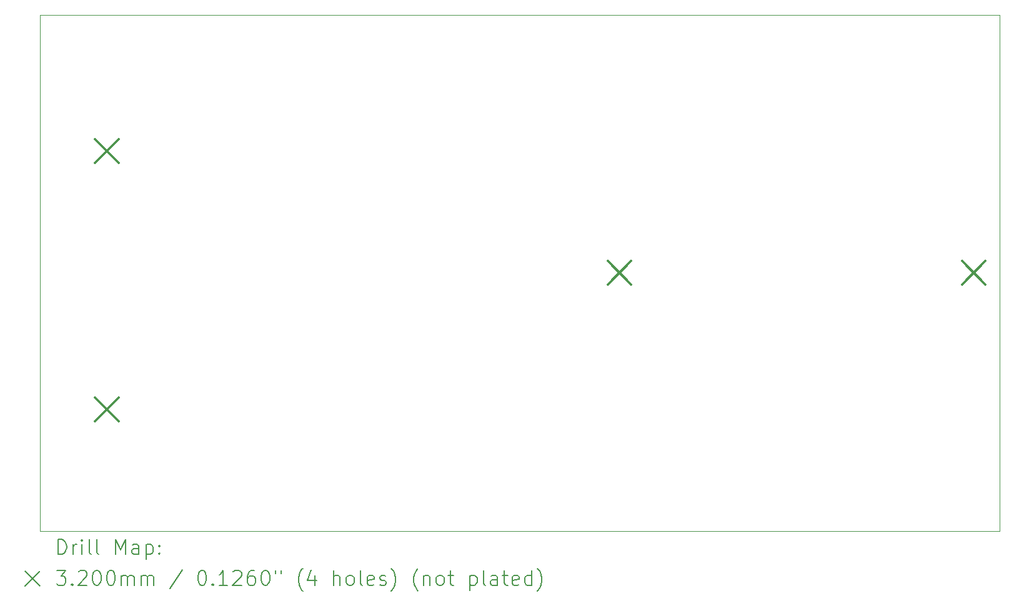
<source format=gbr>
%TF.GenerationSoftware,KiCad,Pcbnew,7.0.1-0*%
%TF.CreationDate,2024-08-11T08:50:27+01:00*%
%TF.ProjectId,Zero_1_Control_Panel,5a65726f-5f31-45f4-936f-6e74726f6c5f,rev?*%
%TF.SameCoordinates,Original*%
%TF.FileFunction,Drillmap*%
%TF.FilePolarity,Positive*%
%FSLAX45Y45*%
G04 Gerber Fmt 4.5, Leading zero omitted, Abs format (unit mm)*
G04 Created by KiCad (PCBNEW 7.0.1-0) date 2024-08-11 08:50:27*
%MOMM*%
%LPD*%
G01*
G04 APERTURE LIST*
%ADD10C,0.100000*%
%ADD11C,0.200000*%
%ADD12C,0.320000*%
G04 APERTURE END LIST*
D10*
X5000000Y-5000000D02*
X18000000Y-5000000D01*
X18000000Y-12000000D01*
X5000000Y-12000000D01*
X5000000Y-5000000D01*
D11*
D12*
X5740000Y-6690000D02*
X6060000Y-7010000D01*
X6060000Y-6690000D02*
X5740000Y-7010000D01*
X5740000Y-10190000D02*
X6060000Y-10510000D01*
X6060000Y-10190000D02*
X5740000Y-10510000D01*
X12690000Y-8340000D02*
X13010000Y-8660000D01*
X13010000Y-8340000D02*
X12690000Y-8660000D01*
X17490000Y-8340000D02*
X17810000Y-8660000D01*
X17810000Y-8340000D02*
X17490000Y-8660000D01*
D11*
X5242619Y-12317524D02*
X5242619Y-12117524D01*
X5242619Y-12117524D02*
X5290238Y-12117524D01*
X5290238Y-12117524D02*
X5318810Y-12127048D01*
X5318810Y-12127048D02*
X5337857Y-12146095D01*
X5337857Y-12146095D02*
X5347381Y-12165143D01*
X5347381Y-12165143D02*
X5356905Y-12203238D01*
X5356905Y-12203238D02*
X5356905Y-12231809D01*
X5356905Y-12231809D02*
X5347381Y-12269905D01*
X5347381Y-12269905D02*
X5337857Y-12288952D01*
X5337857Y-12288952D02*
X5318810Y-12308000D01*
X5318810Y-12308000D02*
X5290238Y-12317524D01*
X5290238Y-12317524D02*
X5242619Y-12317524D01*
X5442619Y-12317524D02*
X5442619Y-12184190D01*
X5442619Y-12222286D02*
X5452143Y-12203238D01*
X5452143Y-12203238D02*
X5461667Y-12193714D01*
X5461667Y-12193714D02*
X5480714Y-12184190D01*
X5480714Y-12184190D02*
X5499762Y-12184190D01*
X5566429Y-12317524D02*
X5566429Y-12184190D01*
X5566429Y-12117524D02*
X5556905Y-12127048D01*
X5556905Y-12127048D02*
X5566429Y-12136571D01*
X5566429Y-12136571D02*
X5575952Y-12127048D01*
X5575952Y-12127048D02*
X5566429Y-12117524D01*
X5566429Y-12117524D02*
X5566429Y-12136571D01*
X5690238Y-12317524D02*
X5671190Y-12308000D01*
X5671190Y-12308000D02*
X5661667Y-12288952D01*
X5661667Y-12288952D02*
X5661667Y-12117524D01*
X5795000Y-12317524D02*
X5775952Y-12308000D01*
X5775952Y-12308000D02*
X5766428Y-12288952D01*
X5766428Y-12288952D02*
X5766428Y-12117524D01*
X6023571Y-12317524D02*
X6023571Y-12117524D01*
X6023571Y-12117524D02*
X6090238Y-12260381D01*
X6090238Y-12260381D02*
X6156905Y-12117524D01*
X6156905Y-12117524D02*
X6156905Y-12317524D01*
X6337857Y-12317524D02*
X6337857Y-12212762D01*
X6337857Y-12212762D02*
X6328333Y-12193714D01*
X6328333Y-12193714D02*
X6309286Y-12184190D01*
X6309286Y-12184190D02*
X6271190Y-12184190D01*
X6271190Y-12184190D02*
X6252143Y-12193714D01*
X6337857Y-12308000D02*
X6318809Y-12317524D01*
X6318809Y-12317524D02*
X6271190Y-12317524D01*
X6271190Y-12317524D02*
X6252143Y-12308000D01*
X6252143Y-12308000D02*
X6242619Y-12288952D01*
X6242619Y-12288952D02*
X6242619Y-12269905D01*
X6242619Y-12269905D02*
X6252143Y-12250857D01*
X6252143Y-12250857D02*
X6271190Y-12241333D01*
X6271190Y-12241333D02*
X6318809Y-12241333D01*
X6318809Y-12241333D02*
X6337857Y-12231809D01*
X6433095Y-12184190D02*
X6433095Y-12384190D01*
X6433095Y-12193714D02*
X6452143Y-12184190D01*
X6452143Y-12184190D02*
X6490238Y-12184190D01*
X6490238Y-12184190D02*
X6509286Y-12193714D01*
X6509286Y-12193714D02*
X6518809Y-12203238D01*
X6518809Y-12203238D02*
X6528333Y-12222286D01*
X6528333Y-12222286D02*
X6528333Y-12279428D01*
X6528333Y-12279428D02*
X6518809Y-12298476D01*
X6518809Y-12298476D02*
X6509286Y-12308000D01*
X6509286Y-12308000D02*
X6490238Y-12317524D01*
X6490238Y-12317524D02*
X6452143Y-12317524D01*
X6452143Y-12317524D02*
X6433095Y-12308000D01*
X6614048Y-12298476D02*
X6623571Y-12308000D01*
X6623571Y-12308000D02*
X6614048Y-12317524D01*
X6614048Y-12317524D02*
X6604524Y-12308000D01*
X6604524Y-12308000D02*
X6614048Y-12298476D01*
X6614048Y-12298476D02*
X6614048Y-12317524D01*
X6614048Y-12193714D02*
X6623571Y-12203238D01*
X6623571Y-12203238D02*
X6614048Y-12212762D01*
X6614048Y-12212762D02*
X6604524Y-12203238D01*
X6604524Y-12203238D02*
X6614048Y-12193714D01*
X6614048Y-12193714D02*
X6614048Y-12212762D01*
X4795000Y-12545000D02*
X4995000Y-12745000D01*
X4995000Y-12545000D02*
X4795000Y-12745000D01*
X5223571Y-12537524D02*
X5347381Y-12537524D01*
X5347381Y-12537524D02*
X5280714Y-12613714D01*
X5280714Y-12613714D02*
X5309286Y-12613714D01*
X5309286Y-12613714D02*
X5328333Y-12623238D01*
X5328333Y-12623238D02*
X5337857Y-12632762D01*
X5337857Y-12632762D02*
X5347381Y-12651809D01*
X5347381Y-12651809D02*
X5347381Y-12699428D01*
X5347381Y-12699428D02*
X5337857Y-12718476D01*
X5337857Y-12718476D02*
X5328333Y-12728000D01*
X5328333Y-12728000D02*
X5309286Y-12737524D01*
X5309286Y-12737524D02*
X5252143Y-12737524D01*
X5252143Y-12737524D02*
X5233095Y-12728000D01*
X5233095Y-12728000D02*
X5223571Y-12718476D01*
X5433095Y-12718476D02*
X5442619Y-12728000D01*
X5442619Y-12728000D02*
X5433095Y-12737524D01*
X5433095Y-12737524D02*
X5423571Y-12728000D01*
X5423571Y-12728000D02*
X5433095Y-12718476D01*
X5433095Y-12718476D02*
X5433095Y-12737524D01*
X5518810Y-12556571D02*
X5528333Y-12547048D01*
X5528333Y-12547048D02*
X5547381Y-12537524D01*
X5547381Y-12537524D02*
X5595000Y-12537524D01*
X5595000Y-12537524D02*
X5614048Y-12547048D01*
X5614048Y-12547048D02*
X5623571Y-12556571D01*
X5623571Y-12556571D02*
X5633095Y-12575619D01*
X5633095Y-12575619D02*
X5633095Y-12594667D01*
X5633095Y-12594667D02*
X5623571Y-12623238D01*
X5623571Y-12623238D02*
X5509286Y-12737524D01*
X5509286Y-12737524D02*
X5633095Y-12737524D01*
X5756905Y-12537524D02*
X5775952Y-12537524D01*
X5775952Y-12537524D02*
X5795000Y-12547048D01*
X5795000Y-12547048D02*
X5804524Y-12556571D01*
X5804524Y-12556571D02*
X5814048Y-12575619D01*
X5814048Y-12575619D02*
X5823571Y-12613714D01*
X5823571Y-12613714D02*
X5823571Y-12661333D01*
X5823571Y-12661333D02*
X5814048Y-12699428D01*
X5814048Y-12699428D02*
X5804524Y-12718476D01*
X5804524Y-12718476D02*
X5795000Y-12728000D01*
X5795000Y-12728000D02*
X5775952Y-12737524D01*
X5775952Y-12737524D02*
X5756905Y-12737524D01*
X5756905Y-12737524D02*
X5737857Y-12728000D01*
X5737857Y-12728000D02*
X5728333Y-12718476D01*
X5728333Y-12718476D02*
X5718809Y-12699428D01*
X5718809Y-12699428D02*
X5709286Y-12661333D01*
X5709286Y-12661333D02*
X5709286Y-12613714D01*
X5709286Y-12613714D02*
X5718809Y-12575619D01*
X5718809Y-12575619D02*
X5728333Y-12556571D01*
X5728333Y-12556571D02*
X5737857Y-12547048D01*
X5737857Y-12547048D02*
X5756905Y-12537524D01*
X5947381Y-12537524D02*
X5966429Y-12537524D01*
X5966429Y-12537524D02*
X5985476Y-12547048D01*
X5985476Y-12547048D02*
X5995000Y-12556571D01*
X5995000Y-12556571D02*
X6004524Y-12575619D01*
X6004524Y-12575619D02*
X6014048Y-12613714D01*
X6014048Y-12613714D02*
X6014048Y-12661333D01*
X6014048Y-12661333D02*
X6004524Y-12699428D01*
X6004524Y-12699428D02*
X5995000Y-12718476D01*
X5995000Y-12718476D02*
X5985476Y-12728000D01*
X5985476Y-12728000D02*
X5966429Y-12737524D01*
X5966429Y-12737524D02*
X5947381Y-12737524D01*
X5947381Y-12737524D02*
X5928333Y-12728000D01*
X5928333Y-12728000D02*
X5918809Y-12718476D01*
X5918809Y-12718476D02*
X5909286Y-12699428D01*
X5909286Y-12699428D02*
X5899762Y-12661333D01*
X5899762Y-12661333D02*
X5899762Y-12613714D01*
X5899762Y-12613714D02*
X5909286Y-12575619D01*
X5909286Y-12575619D02*
X5918809Y-12556571D01*
X5918809Y-12556571D02*
X5928333Y-12547048D01*
X5928333Y-12547048D02*
X5947381Y-12537524D01*
X6099762Y-12737524D02*
X6099762Y-12604190D01*
X6099762Y-12623238D02*
X6109286Y-12613714D01*
X6109286Y-12613714D02*
X6128333Y-12604190D01*
X6128333Y-12604190D02*
X6156905Y-12604190D01*
X6156905Y-12604190D02*
X6175952Y-12613714D01*
X6175952Y-12613714D02*
X6185476Y-12632762D01*
X6185476Y-12632762D02*
X6185476Y-12737524D01*
X6185476Y-12632762D02*
X6195000Y-12613714D01*
X6195000Y-12613714D02*
X6214048Y-12604190D01*
X6214048Y-12604190D02*
X6242619Y-12604190D01*
X6242619Y-12604190D02*
X6261667Y-12613714D01*
X6261667Y-12613714D02*
X6271190Y-12632762D01*
X6271190Y-12632762D02*
X6271190Y-12737524D01*
X6366429Y-12737524D02*
X6366429Y-12604190D01*
X6366429Y-12623238D02*
X6375952Y-12613714D01*
X6375952Y-12613714D02*
X6395000Y-12604190D01*
X6395000Y-12604190D02*
X6423571Y-12604190D01*
X6423571Y-12604190D02*
X6442619Y-12613714D01*
X6442619Y-12613714D02*
X6452143Y-12632762D01*
X6452143Y-12632762D02*
X6452143Y-12737524D01*
X6452143Y-12632762D02*
X6461667Y-12613714D01*
X6461667Y-12613714D02*
X6480714Y-12604190D01*
X6480714Y-12604190D02*
X6509286Y-12604190D01*
X6509286Y-12604190D02*
X6528333Y-12613714D01*
X6528333Y-12613714D02*
X6537857Y-12632762D01*
X6537857Y-12632762D02*
X6537857Y-12737524D01*
X6928333Y-12528000D02*
X6756905Y-12785143D01*
X7185476Y-12537524D02*
X7204524Y-12537524D01*
X7204524Y-12537524D02*
X7223572Y-12547048D01*
X7223572Y-12547048D02*
X7233095Y-12556571D01*
X7233095Y-12556571D02*
X7242619Y-12575619D01*
X7242619Y-12575619D02*
X7252143Y-12613714D01*
X7252143Y-12613714D02*
X7252143Y-12661333D01*
X7252143Y-12661333D02*
X7242619Y-12699428D01*
X7242619Y-12699428D02*
X7233095Y-12718476D01*
X7233095Y-12718476D02*
X7223572Y-12728000D01*
X7223572Y-12728000D02*
X7204524Y-12737524D01*
X7204524Y-12737524D02*
X7185476Y-12737524D01*
X7185476Y-12737524D02*
X7166429Y-12728000D01*
X7166429Y-12728000D02*
X7156905Y-12718476D01*
X7156905Y-12718476D02*
X7147381Y-12699428D01*
X7147381Y-12699428D02*
X7137857Y-12661333D01*
X7137857Y-12661333D02*
X7137857Y-12613714D01*
X7137857Y-12613714D02*
X7147381Y-12575619D01*
X7147381Y-12575619D02*
X7156905Y-12556571D01*
X7156905Y-12556571D02*
X7166429Y-12547048D01*
X7166429Y-12547048D02*
X7185476Y-12537524D01*
X7337857Y-12718476D02*
X7347381Y-12728000D01*
X7347381Y-12728000D02*
X7337857Y-12737524D01*
X7337857Y-12737524D02*
X7328333Y-12728000D01*
X7328333Y-12728000D02*
X7337857Y-12718476D01*
X7337857Y-12718476D02*
X7337857Y-12737524D01*
X7537857Y-12737524D02*
X7423572Y-12737524D01*
X7480714Y-12737524D02*
X7480714Y-12537524D01*
X7480714Y-12537524D02*
X7461667Y-12566095D01*
X7461667Y-12566095D02*
X7442619Y-12585143D01*
X7442619Y-12585143D02*
X7423572Y-12594667D01*
X7614048Y-12556571D02*
X7623572Y-12547048D01*
X7623572Y-12547048D02*
X7642619Y-12537524D01*
X7642619Y-12537524D02*
X7690238Y-12537524D01*
X7690238Y-12537524D02*
X7709286Y-12547048D01*
X7709286Y-12547048D02*
X7718810Y-12556571D01*
X7718810Y-12556571D02*
X7728333Y-12575619D01*
X7728333Y-12575619D02*
X7728333Y-12594667D01*
X7728333Y-12594667D02*
X7718810Y-12623238D01*
X7718810Y-12623238D02*
X7604524Y-12737524D01*
X7604524Y-12737524D02*
X7728333Y-12737524D01*
X7899762Y-12537524D02*
X7861667Y-12537524D01*
X7861667Y-12537524D02*
X7842619Y-12547048D01*
X7842619Y-12547048D02*
X7833095Y-12556571D01*
X7833095Y-12556571D02*
X7814048Y-12585143D01*
X7814048Y-12585143D02*
X7804524Y-12623238D01*
X7804524Y-12623238D02*
X7804524Y-12699428D01*
X7804524Y-12699428D02*
X7814048Y-12718476D01*
X7814048Y-12718476D02*
X7823572Y-12728000D01*
X7823572Y-12728000D02*
X7842619Y-12737524D01*
X7842619Y-12737524D02*
X7880714Y-12737524D01*
X7880714Y-12737524D02*
X7899762Y-12728000D01*
X7899762Y-12728000D02*
X7909286Y-12718476D01*
X7909286Y-12718476D02*
X7918810Y-12699428D01*
X7918810Y-12699428D02*
X7918810Y-12651809D01*
X7918810Y-12651809D02*
X7909286Y-12632762D01*
X7909286Y-12632762D02*
X7899762Y-12623238D01*
X7899762Y-12623238D02*
X7880714Y-12613714D01*
X7880714Y-12613714D02*
X7842619Y-12613714D01*
X7842619Y-12613714D02*
X7823572Y-12623238D01*
X7823572Y-12623238D02*
X7814048Y-12632762D01*
X7814048Y-12632762D02*
X7804524Y-12651809D01*
X8042619Y-12537524D02*
X8061667Y-12537524D01*
X8061667Y-12537524D02*
X8080714Y-12547048D01*
X8080714Y-12547048D02*
X8090238Y-12556571D01*
X8090238Y-12556571D02*
X8099762Y-12575619D01*
X8099762Y-12575619D02*
X8109286Y-12613714D01*
X8109286Y-12613714D02*
X8109286Y-12661333D01*
X8109286Y-12661333D02*
X8099762Y-12699428D01*
X8099762Y-12699428D02*
X8090238Y-12718476D01*
X8090238Y-12718476D02*
X8080714Y-12728000D01*
X8080714Y-12728000D02*
X8061667Y-12737524D01*
X8061667Y-12737524D02*
X8042619Y-12737524D01*
X8042619Y-12737524D02*
X8023572Y-12728000D01*
X8023572Y-12728000D02*
X8014048Y-12718476D01*
X8014048Y-12718476D02*
X8004524Y-12699428D01*
X8004524Y-12699428D02*
X7995000Y-12661333D01*
X7995000Y-12661333D02*
X7995000Y-12613714D01*
X7995000Y-12613714D02*
X8004524Y-12575619D01*
X8004524Y-12575619D02*
X8014048Y-12556571D01*
X8014048Y-12556571D02*
X8023572Y-12547048D01*
X8023572Y-12547048D02*
X8042619Y-12537524D01*
X8185476Y-12537524D02*
X8185476Y-12575619D01*
X8261667Y-12537524D02*
X8261667Y-12575619D01*
X8556905Y-12813714D02*
X8547381Y-12804190D01*
X8547381Y-12804190D02*
X8528334Y-12775619D01*
X8528334Y-12775619D02*
X8518810Y-12756571D01*
X8518810Y-12756571D02*
X8509286Y-12728000D01*
X8509286Y-12728000D02*
X8499762Y-12680381D01*
X8499762Y-12680381D02*
X8499762Y-12642286D01*
X8499762Y-12642286D02*
X8509286Y-12594667D01*
X8509286Y-12594667D02*
X8518810Y-12566095D01*
X8518810Y-12566095D02*
X8528334Y-12547048D01*
X8528334Y-12547048D02*
X8547381Y-12518476D01*
X8547381Y-12518476D02*
X8556905Y-12508952D01*
X8718810Y-12604190D02*
X8718810Y-12737524D01*
X8671191Y-12528000D02*
X8623572Y-12670857D01*
X8623572Y-12670857D02*
X8747381Y-12670857D01*
X8975953Y-12737524D02*
X8975953Y-12537524D01*
X9061667Y-12737524D02*
X9061667Y-12632762D01*
X9061667Y-12632762D02*
X9052143Y-12613714D01*
X9052143Y-12613714D02*
X9033096Y-12604190D01*
X9033096Y-12604190D02*
X9004524Y-12604190D01*
X9004524Y-12604190D02*
X8985477Y-12613714D01*
X8985477Y-12613714D02*
X8975953Y-12623238D01*
X9185477Y-12737524D02*
X9166429Y-12728000D01*
X9166429Y-12728000D02*
X9156905Y-12718476D01*
X9156905Y-12718476D02*
X9147381Y-12699428D01*
X9147381Y-12699428D02*
X9147381Y-12642286D01*
X9147381Y-12642286D02*
X9156905Y-12623238D01*
X9156905Y-12623238D02*
X9166429Y-12613714D01*
X9166429Y-12613714D02*
X9185477Y-12604190D01*
X9185477Y-12604190D02*
X9214048Y-12604190D01*
X9214048Y-12604190D02*
X9233096Y-12613714D01*
X9233096Y-12613714D02*
X9242619Y-12623238D01*
X9242619Y-12623238D02*
X9252143Y-12642286D01*
X9252143Y-12642286D02*
X9252143Y-12699428D01*
X9252143Y-12699428D02*
X9242619Y-12718476D01*
X9242619Y-12718476D02*
X9233096Y-12728000D01*
X9233096Y-12728000D02*
X9214048Y-12737524D01*
X9214048Y-12737524D02*
X9185477Y-12737524D01*
X9366429Y-12737524D02*
X9347381Y-12728000D01*
X9347381Y-12728000D02*
X9337858Y-12708952D01*
X9337858Y-12708952D02*
X9337858Y-12537524D01*
X9518810Y-12728000D02*
X9499762Y-12737524D01*
X9499762Y-12737524D02*
X9461667Y-12737524D01*
X9461667Y-12737524D02*
X9442619Y-12728000D01*
X9442619Y-12728000D02*
X9433096Y-12708952D01*
X9433096Y-12708952D02*
X9433096Y-12632762D01*
X9433096Y-12632762D02*
X9442619Y-12613714D01*
X9442619Y-12613714D02*
X9461667Y-12604190D01*
X9461667Y-12604190D02*
X9499762Y-12604190D01*
X9499762Y-12604190D02*
X9518810Y-12613714D01*
X9518810Y-12613714D02*
X9528334Y-12632762D01*
X9528334Y-12632762D02*
X9528334Y-12651809D01*
X9528334Y-12651809D02*
X9433096Y-12670857D01*
X9604524Y-12728000D02*
X9623572Y-12737524D01*
X9623572Y-12737524D02*
X9661667Y-12737524D01*
X9661667Y-12737524D02*
X9680715Y-12728000D01*
X9680715Y-12728000D02*
X9690239Y-12708952D01*
X9690239Y-12708952D02*
X9690239Y-12699428D01*
X9690239Y-12699428D02*
X9680715Y-12680381D01*
X9680715Y-12680381D02*
X9661667Y-12670857D01*
X9661667Y-12670857D02*
X9633096Y-12670857D01*
X9633096Y-12670857D02*
X9614048Y-12661333D01*
X9614048Y-12661333D02*
X9604524Y-12642286D01*
X9604524Y-12642286D02*
X9604524Y-12632762D01*
X9604524Y-12632762D02*
X9614048Y-12613714D01*
X9614048Y-12613714D02*
X9633096Y-12604190D01*
X9633096Y-12604190D02*
X9661667Y-12604190D01*
X9661667Y-12604190D02*
X9680715Y-12613714D01*
X9756905Y-12813714D02*
X9766429Y-12804190D01*
X9766429Y-12804190D02*
X9785477Y-12775619D01*
X9785477Y-12775619D02*
X9795000Y-12756571D01*
X9795000Y-12756571D02*
X9804524Y-12728000D01*
X9804524Y-12728000D02*
X9814048Y-12680381D01*
X9814048Y-12680381D02*
X9814048Y-12642286D01*
X9814048Y-12642286D02*
X9804524Y-12594667D01*
X9804524Y-12594667D02*
X9795000Y-12566095D01*
X9795000Y-12566095D02*
X9785477Y-12547048D01*
X9785477Y-12547048D02*
X9766429Y-12518476D01*
X9766429Y-12518476D02*
X9756905Y-12508952D01*
X10118810Y-12813714D02*
X10109286Y-12804190D01*
X10109286Y-12804190D02*
X10090239Y-12775619D01*
X10090239Y-12775619D02*
X10080715Y-12756571D01*
X10080715Y-12756571D02*
X10071191Y-12728000D01*
X10071191Y-12728000D02*
X10061667Y-12680381D01*
X10061667Y-12680381D02*
X10061667Y-12642286D01*
X10061667Y-12642286D02*
X10071191Y-12594667D01*
X10071191Y-12594667D02*
X10080715Y-12566095D01*
X10080715Y-12566095D02*
X10090239Y-12547048D01*
X10090239Y-12547048D02*
X10109286Y-12518476D01*
X10109286Y-12518476D02*
X10118810Y-12508952D01*
X10195000Y-12604190D02*
X10195000Y-12737524D01*
X10195000Y-12623238D02*
X10204524Y-12613714D01*
X10204524Y-12613714D02*
X10223572Y-12604190D01*
X10223572Y-12604190D02*
X10252143Y-12604190D01*
X10252143Y-12604190D02*
X10271191Y-12613714D01*
X10271191Y-12613714D02*
X10280715Y-12632762D01*
X10280715Y-12632762D02*
X10280715Y-12737524D01*
X10404524Y-12737524D02*
X10385477Y-12728000D01*
X10385477Y-12728000D02*
X10375953Y-12718476D01*
X10375953Y-12718476D02*
X10366429Y-12699428D01*
X10366429Y-12699428D02*
X10366429Y-12642286D01*
X10366429Y-12642286D02*
X10375953Y-12623238D01*
X10375953Y-12623238D02*
X10385477Y-12613714D01*
X10385477Y-12613714D02*
X10404524Y-12604190D01*
X10404524Y-12604190D02*
X10433096Y-12604190D01*
X10433096Y-12604190D02*
X10452143Y-12613714D01*
X10452143Y-12613714D02*
X10461667Y-12623238D01*
X10461667Y-12623238D02*
X10471191Y-12642286D01*
X10471191Y-12642286D02*
X10471191Y-12699428D01*
X10471191Y-12699428D02*
X10461667Y-12718476D01*
X10461667Y-12718476D02*
X10452143Y-12728000D01*
X10452143Y-12728000D02*
X10433096Y-12737524D01*
X10433096Y-12737524D02*
X10404524Y-12737524D01*
X10528334Y-12604190D02*
X10604524Y-12604190D01*
X10556905Y-12537524D02*
X10556905Y-12708952D01*
X10556905Y-12708952D02*
X10566429Y-12728000D01*
X10566429Y-12728000D02*
X10585477Y-12737524D01*
X10585477Y-12737524D02*
X10604524Y-12737524D01*
X10823572Y-12604190D02*
X10823572Y-12804190D01*
X10823572Y-12613714D02*
X10842620Y-12604190D01*
X10842620Y-12604190D02*
X10880715Y-12604190D01*
X10880715Y-12604190D02*
X10899762Y-12613714D01*
X10899762Y-12613714D02*
X10909286Y-12623238D01*
X10909286Y-12623238D02*
X10918810Y-12642286D01*
X10918810Y-12642286D02*
X10918810Y-12699428D01*
X10918810Y-12699428D02*
X10909286Y-12718476D01*
X10909286Y-12718476D02*
X10899762Y-12728000D01*
X10899762Y-12728000D02*
X10880715Y-12737524D01*
X10880715Y-12737524D02*
X10842620Y-12737524D01*
X10842620Y-12737524D02*
X10823572Y-12728000D01*
X11033096Y-12737524D02*
X11014048Y-12728000D01*
X11014048Y-12728000D02*
X11004524Y-12708952D01*
X11004524Y-12708952D02*
X11004524Y-12537524D01*
X11195000Y-12737524D02*
X11195000Y-12632762D01*
X11195000Y-12632762D02*
X11185477Y-12613714D01*
X11185477Y-12613714D02*
X11166429Y-12604190D01*
X11166429Y-12604190D02*
X11128334Y-12604190D01*
X11128334Y-12604190D02*
X11109286Y-12613714D01*
X11195000Y-12728000D02*
X11175953Y-12737524D01*
X11175953Y-12737524D02*
X11128334Y-12737524D01*
X11128334Y-12737524D02*
X11109286Y-12728000D01*
X11109286Y-12728000D02*
X11099762Y-12708952D01*
X11099762Y-12708952D02*
X11099762Y-12689905D01*
X11099762Y-12689905D02*
X11109286Y-12670857D01*
X11109286Y-12670857D02*
X11128334Y-12661333D01*
X11128334Y-12661333D02*
X11175953Y-12661333D01*
X11175953Y-12661333D02*
X11195000Y-12651809D01*
X11261667Y-12604190D02*
X11337858Y-12604190D01*
X11290239Y-12537524D02*
X11290239Y-12708952D01*
X11290239Y-12708952D02*
X11299762Y-12728000D01*
X11299762Y-12728000D02*
X11318810Y-12737524D01*
X11318810Y-12737524D02*
X11337858Y-12737524D01*
X11480715Y-12728000D02*
X11461667Y-12737524D01*
X11461667Y-12737524D02*
X11423572Y-12737524D01*
X11423572Y-12737524D02*
X11404524Y-12728000D01*
X11404524Y-12728000D02*
X11395000Y-12708952D01*
X11395000Y-12708952D02*
X11395000Y-12632762D01*
X11395000Y-12632762D02*
X11404524Y-12613714D01*
X11404524Y-12613714D02*
X11423572Y-12604190D01*
X11423572Y-12604190D02*
X11461667Y-12604190D01*
X11461667Y-12604190D02*
X11480715Y-12613714D01*
X11480715Y-12613714D02*
X11490239Y-12632762D01*
X11490239Y-12632762D02*
X11490239Y-12651809D01*
X11490239Y-12651809D02*
X11395000Y-12670857D01*
X11661667Y-12737524D02*
X11661667Y-12537524D01*
X11661667Y-12728000D02*
X11642620Y-12737524D01*
X11642620Y-12737524D02*
X11604524Y-12737524D01*
X11604524Y-12737524D02*
X11585477Y-12728000D01*
X11585477Y-12728000D02*
X11575953Y-12718476D01*
X11575953Y-12718476D02*
X11566429Y-12699428D01*
X11566429Y-12699428D02*
X11566429Y-12642286D01*
X11566429Y-12642286D02*
X11575953Y-12623238D01*
X11575953Y-12623238D02*
X11585477Y-12613714D01*
X11585477Y-12613714D02*
X11604524Y-12604190D01*
X11604524Y-12604190D02*
X11642620Y-12604190D01*
X11642620Y-12604190D02*
X11661667Y-12613714D01*
X11737858Y-12813714D02*
X11747381Y-12804190D01*
X11747381Y-12804190D02*
X11766429Y-12775619D01*
X11766429Y-12775619D02*
X11775953Y-12756571D01*
X11775953Y-12756571D02*
X11785477Y-12728000D01*
X11785477Y-12728000D02*
X11795000Y-12680381D01*
X11795000Y-12680381D02*
X11795000Y-12642286D01*
X11795000Y-12642286D02*
X11785477Y-12594667D01*
X11785477Y-12594667D02*
X11775953Y-12566095D01*
X11775953Y-12566095D02*
X11766429Y-12547048D01*
X11766429Y-12547048D02*
X11747381Y-12518476D01*
X11747381Y-12518476D02*
X11737858Y-12508952D01*
M02*

</source>
